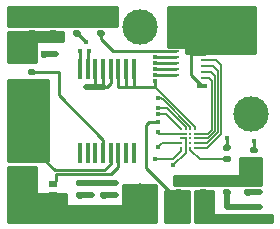
<source format=gtl>
G04 #@! TF.GenerationSoftware,KiCad,Pcbnew,(5.1.8)-1*
G04 #@! TF.CreationDate,2021-04-03T22:15:50+03:00*
G04 #@! TF.ProjectId,sensor,73656e73-6f72-42e6-9b69-6361645f7063,rev?*
G04 #@! TF.SameCoordinates,Original*
G04 #@! TF.FileFunction,Copper,L1,Top*
G04 #@! TF.FilePolarity,Positive*
%FSLAX46Y46*%
G04 Gerber Fmt 4.6, Leading zero omitted, Abs format (unit mm)*
G04 Created by KiCad (PCBNEW (5.1.8)-1) date 2021-04-03 22:15:50*
%MOMM*%
%LPD*%
G01*
G04 APERTURE LIST*
G04 #@! TA.AperFunction,SMDPad,CuDef*
%ADD10R,0.450000X1.800000*%
G04 #@! TD*
G04 #@! TA.AperFunction,SMDPad,CuDef*
%ADD11C,0.216000*%
G04 #@! TD*
G04 #@! TA.AperFunction,SMDPad,CuDef*
%ADD12R,0.720000X0.250000*%
G04 #@! TD*
G04 #@! TA.AperFunction,SMDPad,CuDef*
%ADD13R,0.570000X0.250000*%
G04 #@! TD*
G04 #@! TA.AperFunction,SMDPad,CuDef*
%ADD14R,0.950000X0.400000*%
G04 #@! TD*
G04 #@! TA.AperFunction,ComponentPad*
%ADD15C,3.000000*%
G04 #@! TD*
G04 #@! TA.AperFunction,SMDPad,CuDef*
%ADD16R,0.780000X0.610000*%
G04 #@! TD*
G04 #@! TA.AperFunction,ViaPad*
%ADD17C,0.381000*%
G04 #@! TD*
G04 #@! TA.AperFunction,ViaPad*
%ADD18C,0.254000*%
G04 #@! TD*
G04 #@! TA.AperFunction,Conductor*
%ADD19C,0.254000*%
G04 #@! TD*
G04 #@! TA.AperFunction,Conductor*
%ADD20C,0.508000*%
G04 #@! TD*
G04 #@! TA.AperFunction,Conductor*
%ADD21C,0.152400*%
G04 #@! TD*
G04 #@! TA.AperFunction,Conductor*
%ADD22C,0.100000*%
G04 #@! TD*
G04 APERTURE END LIST*
G04 #@! TA.AperFunction,SMDPad,CuDef*
G36*
G01*
X144711000Y-83326000D02*
X144341000Y-83326000D01*
G75*
G02*
X144206000Y-83191000I0J135000D01*
G01*
X144206000Y-82921000D01*
G75*
G02*
X144341000Y-82786000I135000J0D01*
G01*
X144711000Y-82786000D01*
G75*
G02*
X144846000Y-82921000I0J-135000D01*
G01*
X144846000Y-83191000D01*
G75*
G02*
X144711000Y-83326000I-135000J0D01*
G01*
G37*
G04 #@! TD.AperFunction*
G04 #@! TA.AperFunction,SMDPad,CuDef*
G36*
G01*
X144711000Y-84346000D02*
X144341000Y-84346000D01*
G75*
G02*
X144206000Y-84211000I0J135000D01*
G01*
X144206000Y-83941000D01*
G75*
G02*
X144341000Y-83806000I135000J0D01*
G01*
X144711000Y-83806000D01*
G75*
G02*
X144846000Y-83941000I0J-135000D01*
G01*
X144846000Y-84211000D01*
G75*
G02*
X144711000Y-84346000I-135000J0D01*
G01*
G37*
G04 #@! TD.AperFunction*
G04 #@! TA.AperFunction,SMDPad,CuDef*
G36*
G01*
X137737000Y-70344000D02*
X138107000Y-70344000D01*
G75*
G02*
X138242000Y-70479000I0J-135000D01*
G01*
X138242000Y-70749000D01*
G75*
G02*
X138107000Y-70884000I-135000J0D01*
G01*
X137737000Y-70884000D01*
G75*
G02*
X137602000Y-70749000I0J135000D01*
G01*
X137602000Y-70479000D01*
G75*
G02*
X137737000Y-70344000I135000J0D01*
G01*
G37*
G04 #@! TD.AperFunction*
G04 #@! TA.AperFunction,SMDPad,CuDef*
G36*
G01*
X137737000Y-69324000D02*
X138107000Y-69324000D01*
G75*
G02*
X138242000Y-69459000I0J-135000D01*
G01*
X138242000Y-69729000D01*
G75*
G02*
X138107000Y-69864000I-135000J0D01*
G01*
X137737000Y-69864000D01*
G75*
G02*
X137602000Y-69729000I0J135000D01*
G01*
X137602000Y-69459000D01*
G75*
G02*
X137737000Y-69324000I135000J0D01*
G01*
G37*
G04 #@! TD.AperFunction*
G04 #@! TA.AperFunction,SMDPad,CuDef*
G36*
G01*
X151061000Y-80786000D02*
X150691000Y-80786000D01*
G75*
G02*
X150556000Y-80651000I0J135000D01*
G01*
X150556000Y-80381000D01*
G75*
G02*
X150691000Y-80246000I135000J0D01*
G01*
X151061000Y-80246000D01*
G75*
G02*
X151196000Y-80381000I0J-135000D01*
G01*
X151196000Y-80651000D01*
G75*
G02*
X151061000Y-80786000I-135000J0D01*
G01*
G37*
G04 #@! TD.AperFunction*
G04 #@! TA.AperFunction,SMDPad,CuDef*
G36*
G01*
X151061000Y-81806000D02*
X150691000Y-81806000D01*
G75*
G02*
X150556000Y-81671000I0J135000D01*
G01*
X150556000Y-81401000D01*
G75*
G02*
X150691000Y-81266000I135000J0D01*
G01*
X151061000Y-81266000D01*
G75*
G02*
X151196000Y-81401000I0J-135000D01*
G01*
X151196000Y-81671000D01*
G75*
G02*
X151061000Y-81806000I-135000J0D01*
G01*
G37*
G04 #@! TD.AperFunction*
G04 #@! TA.AperFunction,SMDPad,CuDef*
G36*
G01*
X132348000Y-72205000D02*
X132348000Y-72575000D01*
G75*
G02*
X132213000Y-72710000I-135000J0D01*
G01*
X131943000Y-72710000D01*
G75*
G02*
X131808000Y-72575000I0J135000D01*
G01*
X131808000Y-72205000D01*
G75*
G02*
X131943000Y-72070000I135000J0D01*
G01*
X132213000Y-72070000D01*
G75*
G02*
X132348000Y-72205000I0J-135000D01*
G01*
G37*
G04 #@! TD.AperFunction*
G04 #@! TA.AperFunction,SMDPad,CuDef*
G36*
G01*
X133368000Y-72205000D02*
X133368000Y-72575000D01*
G75*
G02*
X133233000Y-72710000I-135000J0D01*
G01*
X132963000Y-72710000D01*
G75*
G02*
X132828000Y-72575000I0J135000D01*
G01*
X132828000Y-72205000D01*
G75*
G02*
X132963000Y-72070000I135000J0D01*
G01*
X133233000Y-72070000D01*
G75*
G02*
X133368000Y-72205000I0J-135000D01*
G01*
G37*
G04 #@! TD.AperFunction*
G04 #@! TA.AperFunction,SMDPad,CuDef*
G36*
G01*
X146388000Y-83766000D02*
X146728000Y-83766000D01*
G75*
G02*
X146868000Y-83906000I0J-140000D01*
G01*
X146868000Y-84186000D01*
G75*
G02*
X146728000Y-84326000I-140000J0D01*
G01*
X146388000Y-84326000D01*
G75*
G02*
X146248000Y-84186000I0J140000D01*
G01*
X146248000Y-83906000D01*
G75*
G02*
X146388000Y-83766000I140000J0D01*
G01*
G37*
G04 #@! TD.AperFunction*
G04 #@! TA.AperFunction,SMDPad,CuDef*
G36*
G01*
X146388000Y-82806000D02*
X146728000Y-82806000D01*
G75*
G02*
X146868000Y-82946000I0J-140000D01*
G01*
X146868000Y-83226000D01*
G75*
G02*
X146728000Y-83366000I-140000J0D01*
G01*
X146388000Y-83366000D01*
G75*
G02*
X146248000Y-83226000I0J140000D01*
G01*
X146248000Y-82946000D01*
G75*
G02*
X146388000Y-82806000I140000J0D01*
G01*
G37*
G04 #@! TD.AperFunction*
G04 #@! TA.AperFunction,SMDPad,CuDef*
G36*
G01*
X148760000Y-80572000D02*
X148420000Y-80572000D01*
G75*
G02*
X148280000Y-80432000I0J140000D01*
G01*
X148280000Y-80152000D01*
G75*
G02*
X148420000Y-80012000I140000J0D01*
G01*
X148760000Y-80012000D01*
G75*
G02*
X148900000Y-80152000I0J-140000D01*
G01*
X148900000Y-80432000D01*
G75*
G02*
X148760000Y-80572000I-140000J0D01*
G01*
G37*
G04 #@! TD.AperFunction*
G04 #@! TA.AperFunction,SMDPad,CuDef*
G36*
G01*
X148760000Y-81532000D02*
X148420000Y-81532000D01*
G75*
G02*
X148280000Y-81392000I0J140000D01*
G01*
X148280000Y-81112000D01*
G75*
G02*
X148420000Y-80972000I140000J0D01*
G01*
X148760000Y-80972000D01*
G75*
G02*
X148900000Y-81112000I0J-140000D01*
G01*
X148900000Y-81392000D01*
G75*
G02*
X148760000Y-81532000I-140000J0D01*
G01*
G37*
G04 #@! TD.AperFunction*
G04 #@! TA.AperFunction,SMDPad,CuDef*
G36*
G01*
X131656000Y-81028000D02*
X131996000Y-81028000D01*
G75*
G02*
X132136000Y-81168000I0J-140000D01*
G01*
X132136000Y-81448000D01*
G75*
G02*
X131996000Y-81588000I-140000J0D01*
G01*
X131656000Y-81588000D01*
G75*
G02*
X131516000Y-81448000I0J140000D01*
G01*
X131516000Y-81168000D01*
G75*
G02*
X131656000Y-81028000I140000J0D01*
G01*
G37*
G04 #@! TD.AperFunction*
G04 #@! TA.AperFunction,SMDPad,CuDef*
G36*
G01*
X131656000Y-81988000D02*
X131996000Y-81988000D01*
G75*
G02*
X132136000Y-82128000I0J-140000D01*
G01*
X132136000Y-82408000D01*
G75*
G02*
X131996000Y-82548000I-140000J0D01*
G01*
X131656000Y-82548000D01*
G75*
G02*
X131516000Y-82408000I0J140000D01*
G01*
X131516000Y-82128000D01*
G75*
G02*
X131656000Y-81988000I140000J0D01*
G01*
G37*
G04 #@! TD.AperFunction*
G04 #@! TA.AperFunction,SMDPad,CuDef*
G36*
G01*
X145008000Y-86022000D02*
X145008000Y-85682000D01*
G75*
G02*
X145148000Y-85542000I140000J0D01*
G01*
X145428000Y-85542000D01*
G75*
G02*
X145568000Y-85682000I0J-140000D01*
G01*
X145568000Y-86022000D01*
G75*
G02*
X145428000Y-86162000I-140000J0D01*
G01*
X145148000Y-86162000D01*
G75*
G02*
X145008000Y-86022000I0J140000D01*
G01*
G37*
G04 #@! TD.AperFunction*
G04 #@! TA.AperFunction,SMDPad,CuDef*
G36*
G01*
X145968000Y-86022000D02*
X145968000Y-85682000D01*
G75*
G02*
X146108000Y-85542000I140000J0D01*
G01*
X146388000Y-85542000D01*
G75*
G02*
X146528000Y-85682000I0J-140000D01*
G01*
X146528000Y-86022000D01*
G75*
G02*
X146388000Y-86162000I-140000J0D01*
G01*
X146108000Y-86162000D01*
G75*
G02*
X145968000Y-86022000I0J140000D01*
G01*
G37*
G04 #@! TD.AperFunction*
G04 #@! TA.AperFunction,SMDPad,CuDef*
G36*
G01*
X131910000Y-70304000D02*
X132250000Y-70304000D01*
G75*
G02*
X132390000Y-70444000I0J-140000D01*
G01*
X132390000Y-70724000D01*
G75*
G02*
X132250000Y-70864000I-140000J0D01*
G01*
X131910000Y-70864000D01*
G75*
G02*
X131770000Y-70724000I0J140000D01*
G01*
X131770000Y-70444000D01*
G75*
G02*
X131910000Y-70304000I140000J0D01*
G01*
G37*
G04 #@! TD.AperFunction*
G04 #@! TA.AperFunction,SMDPad,CuDef*
G36*
G01*
X131910000Y-69344000D02*
X132250000Y-69344000D01*
G75*
G02*
X132390000Y-69484000I0J-140000D01*
G01*
X132390000Y-69764000D01*
G75*
G02*
X132250000Y-69904000I-140000J0D01*
G01*
X131910000Y-69904000D01*
G75*
G02*
X131770000Y-69764000I0J140000D01*
G01*
X131770000Y-69484000D01*
G75*
G02*
X131910000Y-69344000I140000J0D01*
G01*
G37*
G04 #@! TD.AperFunction*
G04 #@! TA.AperFunction,SMDPad,CuDef*
G36*
G01*
X133688000Y-69344000D02*
X134028000Y-69344000D01*
G75*
G02*
X134168000Y-69484000I0J-140000D01*
G01*
X134168000Y-69764000D01*
G75*
G02*
X134028000Y-69904000I-140000J0D01*
G01*
X133688000Y-69904000D01*
G75*
G02*
X133548000Y-69764000I0J140000D01*
G01*
X133548000Y-69484000D01*
G75*
G02*
X133688000Y-69344000I140000J0D01*
G01*
G37*
G04 #@! TD.AperFunction*
G04 #@! TA.AperFunction,SMDPad,CuDef*
G36*
G01*
X133688000Y-70304000D02*
X134028000Y-70304000D01*
G75*
G02*
X134168000Y-70444000I0J-140000D01*
G01*
X134168000Y-70724000D01*
G75*
G02*
X134028000Y-70864000I-140000J0D01*
G01*
X133688000Y-70864000D01*
G75*
G02*
X133548000Y-70724000I0J140000D01*
G01*
X133548000Y-70444000D01*
G75*
G02*
X133688000Y-70304000I140000J0D01*
G01*
G37*
G04 #@! TD.AperFunction*
D10*
X136155000Y-80766000D03*
X136805000Y-80766000D03*
X137455000Y-80766000D03*
X138105000Y-80766000D03*
X138755000Y-80766000D03*
X139405000Y-80766000D03*
X140055000Y-80766000D03*
X140705000Y-80766000D03*
X140705000Y-73666000D03*
X140055000Y-73666000D03*
X139405000Y-73666000D03*
X138755000Y-73666000D03*
X138105000Y-73666000D03*
X137455000Y-73666000D03*
X136805000Y-73666000D03*
X136155000Y-73666000D03*
D11*
X145888000Y-78702000D03*
X145888000Y-79102000D03*
X145888000Y-79502000D03*
X145888000Y-79902000D03*
X145888000Y-80302000D03*
X145488000Y-78702000D03*
X145488000Y-79102000D03*
X145488000Y-79502000D03*
X145488000Y-79902000D03*
X145488000Y-80302000D03*
X145088000Y-78702000D03*
X145088000Y-79102000D03*
X145088000Y-79502000D03*
X145088000Y-79902000D03*
X145088000Y-80302000D03*
X144688000Y-78702000D03*
X144688000Y-79102000D03*
X144688000Y-79502000D03*
X144688000Y-79902000D03*
X144688000Y-80302000D03*
D12*
X146707000Y-70390000D03*
D13*
X144302000Y-70640000D03*
D12*
X146707000Y-70890000D03*
D13*
X144302000Y-71140000D03*
D12*
X146707000Y-71390000D03*
D13*
X144302000Y-71640000D03*
D12*
X146707000Y-71890000D03*
D13*
X144302000Y-72140000D03*
D12*
X146707000Y-72390000D03*
D13*
X144302000Y-72640000D03*
D12*
X146707000Y-72890000D03*
D13*
X144302000Y-73140000D03*
D12*
X146707000Y-73390000D03*
D13*
X144302000Y-73640000D03*
D12*
X146707000Y-73890000D03*
D13*
X144302000Y-74140000D03*
D12*
X146707000Y-74390000D03*
D14*
X146442000Y-75060000D03*
X146442000Y-69720000D03*
G04 #@! TA.AperFunction,SMDPad,CuDef*
G36*
G01*
X148405000Y-83806000D02*
X148775000Y-83806000D01*
G75*
G02*
X148910000Y-83941000I0J-135000D01*
G01*
X148910000Y-84211000D01*
G75*
G02*
X148775000Y-84346000I-135000J0D01*
G01*
X148405000Y-84346000D01*
G75*
G02*
X148270000Y-84211000I0J135000D01*
G01*
X148270000Y-83941000D01*
G75*
G02*
X148405000Y-83806000I135000J0D01*
G01*
G37*
G04 #@! TD.AperFunction*
G04 #@! TA.AperFunction,SMDPad,CuDef*
G36*
G01*
X148405000Y-82786000D02*
X148775000Y-82786000D01*
G75*
G02*
X148910000Y-82921000I0J-135000D01*
G01*
X148910000Y-83191000D01*
G75*
G02*
X148775000Y-83326000I-135000J0D01*
G01*
X148405000Y-83326000D01*
G75*
G02*
X148270000Y-83191000I0J135000D01*
G01*
X148270000Y-82921000D01*
G75*
G02*
X148405000Y-82786000I135000J0D01*
G01*
G37*
G04 #@! TD.AperFunction*
G04 #@! TA.AperFunction,SMDPad,CuDef*
G36*
G01*
X150183000Y-82786000D02*
X150553000Y-82786000D01*
G75*
G02*
X150688000Y-82921000I0J-135000D01*
G01*
X150688000Y-83191000D01*
G75*
G02*
X150553000Y-83326000I-135000J0D01*
G01*
X150183000Y-83326000D01*
G75*
G02*
X150048000Y-83191000I0J135000D01*
G01*
X150048000Y-82921000D01*
G75*
G02*
X150183000Y-82786000I135000J0D01*
G01*
G37*
G04 #@! TD.AperFunction*
G04 #@! TA.AperFunction,SMDPad,CuDef*
G36*
G01*
X150183000Y-83806000D02*
X150553000Y-83806000D01*
G75*
G02*
X150688000Y-83941000I0J-135000D01*
G01*
X150688000Y-84211000D01*
G75*
G02*
X150553000Y-84346000I-135000J0D01*
G01*
X150183000Y-84346000D01*
G75*
G02*
X150048000Y-84211000I0J135000D01*
G01*
X150048000Y-83941000D01*
G75*
G02*
X150183000Y-83806000I135000J0D01*
G01*
G37*
G04 #@! TD.AperFunction*
G04 #@! TA.AperFunction,SMDPad,CuDef*
G36*
G01*
X135705000Y-70344000D02*
X136075000Y-70344000D01*
G75*
G02*
X136210000Y-70479000I0J-135000D01*
G01*
X136210000Y-70749000D01*
G75*
G02*
X136075000Y-70884000I-135000J0D01*
G01*
X135705000Y-70884000D01*
G75*
G02*
X135570000Y-70749000I0J135000D01*
G01*
X135570000Y-70479000D01*
G75*
G02*
X135705000Y-70344000I135000J0D01*
G01*
G37*
G04 #@! TD.AperFunction*
G04 #@! TA.AperFunction,SMDPad,CuDef*
G36*
G01*
X135705000Y-69324000D02*
X136075000Y-69324000D01*
G75*
G02*
X136210000Y-69459000I0J-135000D01*
G01*
X136210000Y-69729000D01*
G75*
G02*
X136075000Y-69864000I-135000J0D01*
G01*
X135705000Y-69864000D01*
G75*
G02*
X135570000Y-69729000I0J135000D01*
G01*
X135570000Y-69459000D01*
G75*
G02*
X135705000Y-69324000I135000J0D01*
G01*
G37*
G04 #@! TD.AperFunction*
G04 #@! TA.AperFunction,SMDPad,CuDef*
G36*
G01*
X138361000Y-84600000D02*
X137991000Y-84600000D01*
G75*
G02*
X137856000Y-84465000I0J135000D01*
G01*
X137856000Y-84195000D01*
G75*
G02*
X137991000Y-84060000I135000J0D01*
G01*
X138361000Y-84060000D01*
G75*
G02*
X138496000Y-84195000I0J-135000D01*
G01*
X138496000Y-84465000D01*
G75*
G02*
X138361000Y-84600000I-135000J0D01*
G01*
G37*
G04 #@! TD.AperFunction*
G04 #@! TA.AperFunction,SMDPad,CuDef*
G36*
G01*
X138361000Y-83580000D02*
X137991000Y-83580000D01*
G75*
G02*
X137856000Y-83445000I0J135000D01*
G01*
X137856000Y-83175000D01*
G75*
G02*
X137991000Y-83040000I135000J0D01*
G01*
X138361000Y-83040000D01*
G75*
G02*
X138496000Y-83175000I0J-135000D01*
G01*
X138496000Y-83445000D01*
G75*
G02*
X138361000Y-83580000I-135000J0D01*
G01*
G37*
G04 #@! TD.AperFunction*
G04 #@! TA.AperFunction,SMDPad,CuDef*
G36*
G01*
X136329000Y-84600000D02*
X135959000Y-84600000D01*
G75*
G02*
X135824000Y-84465000I0J135000D01*
G01*
X135824000Y-84195000D01*
G75*
G02*
X135959000Y-84060000I135000J0D01*
G01*
X136329000Y-84060000D01*
G75*
G02*
X136464000Y-84195000I0J-135000D01*
G01*
X136464000Y-84465000D01*
G75*
G02*
X136329000Y-84600000I-135000J0D01*
G01*
G37*
G04 #@! TD.AperFunction*
G04 #@! TA.AperFunction,SMDPad,CuDef*
G36*
G01*
X136329000Y-83580000D02*
X135959000Y-83580000D01*
G75*
G02*
X135824000Y-83445000I0J135000D01*
G01*
X135824000Y-83175000D01*
G75*
G02*
X135959000Y-83040000I135000J0D01*
G01*
X136329000Y-83040000D01*
G75*
G02*
X136464000Y-83175000I0J-135000D01*
G01*
X136464000Y-83445000D01*
G75*
G02*
X136329000Y-83580000I-135000J0D01*
G01*
G37*
G04 #@! TD.AperFunction*
G04 #@! TA.AperFunction,SMDPad,CuDef*
G36*
G01*
X132265000Y-74182000D02*
X131895000Y-74182000D01*
G75*
G02*
X131760000Y-74047000I0J135000D01*
G01*
X131760000Y-73777000D01*
G75*
G02*
X131895000Y-73642000I135000J0D01*
G01*
X132265000Y-73642000D01*
G75*
G02*
X132400000Y-73777000I0J-135000D01*
G01*
X132400000Y-74047000D01*
G75*
G02*
X132265000Y-74182000I-135000J0D01*
G01*
G37*
G04 #@! TD.AperFunction*
G04 #@! TA.AperFunction,SMDPad,CuDef*
G36*
G01*
X132265000Y-75202000D02*
X131895000Y-75202000D01*
G75*
G02*
X131760000Y-75067000I0J135000D01*
G01*
X131760000Y-74797000D01*
G75*
G02*
X131895000Y-74662000I135000J0D01*
G01*
X132265000Y-74662000D01*
G75*
G02*
X132400000Y-74797000I0J-135000D01*
G01*
X132400000Y-75067000D01*
G75*
G02*
X132265000Y-75202000I-135000J0D01*
G01*
G37*
G04 #@! TD.AperFunction*
D15*
X141224000Y-84836000D03*
X141224000Y-70104000D03*
X150622000Y-77470000D03*
X131826000Y-77470000D03*
D16*
X133858000Y-83360000D03*
X133858000Y-84280000D03*
D17*
X148590000Y-79502000D03*
X145542000Y-71628000D03*
X147066000Y-85598000D03*
X136652000Y-75184000D03*
X131318000Y-71374000D03*
X142494000Y-74676000D03*
X145542000Y-83058000D03*
X136906000Y-69342000D03*
X142748000Y-78994000D03*
X139192000Y-83312000D03*
X144018000Y-81788000D03*
X134112000Y-72390000D03*
X142494000Y-81280000D03*
X136906000Y-72136000D03*
X142494000Y-73152000D03*
X151384000Y-84074000D03*
X151384000Y-85344000D03*
X142494000Y-73660000D03*
X136144000Y-72136000D03*
X136652000Y-71374000D03*
X142494000Y-72644000D03*
D18*
X145491200Y-79095600D03*
X145491200Y-79502000D03*
D17*
X139192000Y-84328000D03*
D18*
X145491200Y-79908400D03*
D17*
X137160000Y-84328000D03*
X142748000Y-80264000D03*
X142748000Y-78105000D03*
X150876000Y-79756000D03*
X142494000Y-74168000D03*
X142748000Y-76073000D03*
X142748000Y-76962000D03*
X142748000Y-77470000D03*
D19*
X138755000Y-73666000D02*
X138755000Y-74859000D01*
X138755000Y-74859000D02*
X138430000Y-75184000D01*
X137455000Y-74971000D02*
X137455000Y-73666000D01*
X137668000Y-75184000D02*
X137455000Y-74971000D01*
X138105000Y-75001000D02*
X137922000Y-75184000D01*
X138105000Y-73666000D02*
X138105000Y-75001000D01*
X137922000Y-75184000D02*
X137668000Y-75184000D01*
X146442000Y-75060000D02*
X145542000Y-74160000D01*
X146707000Y-72390000D02*
X145542000Y-72390000D01*
X145542000Y-72390000D02*
X145542000Y-71628000D01*
X145542000Y-74160000D02*
X145542000Y-72390000D01*
X148590000Y-80292000D02*
X148590000Y-79502000D01*
D20*
X136652000Y-75184000D02*
X138176000Y-75184000D01*
D19*
X138176000Y-75184000D02*
X137922000Y-75184000D01*
X138430000Y-75184000D02*
X138176000Y-75184000D01*
X139405000Y-73666000D02*
X139405000Y-75143000D01*
X139405000Y-75143000D02*
X139446000Y-75184000D01*
X140716000Y-73677000D02*
X140705000Y-73666000D01*
X140716000Y-75184000D02*
X140716000Y-73677000D01*
X140055000Y-75083000D02*
X139954000Y-75184000D01*
X140055000Y-73666000D02*
X140055000Y-75083000D01*
X139954000Y-75184000D02*
X140716000Y-75184000D01*
X139446000Y-75184000D02*
X139954000Y-75184000D01*
X140716000Y-75184000D02*
X142494000Y-75184000D01*
D21*
X145888000Y-78578000D02*
X145888000Y-78702000D01*
X142494000Y-75184000D02*
X145888000Y-78578000D01*
D19*
X142494000Y-75184000D02*
X142494000Y-74676000D01*
X138755000Y-81649602D02*
X138208612Y-82195990D01*
X138755000Y-80766000D02*
X138755000Y-81649602D01*
X138208612Y-82195990D02*
X134011990Y-82195990D01*
X133124000Y-81308000D02*
X131826000Y-81308000D01*
X134011990Y-82195990D02*
X133124000Y-81308000D01*
D21*
X145488000Y-80454735D02*
X145488000Y-80302000D01*
X146285265Y-81252000D02*
X145488000Y-80454735D01*
X148590000Y-81252000D02*
X146285265Y-81252000D01*
D20*
X136144000Y-83310000D02*
X138176000Y-83310000D01*
X139190000Y-83310000D02*
X139192000Y-83312000D01*
X138176000Y-83310000D02*
X139190000Y-83310000D01*
D21*
X145088000Y-79102000D02*
X144688000Y-79102000D01*
X142856000Y-79102000D02*
X142748000Y-78994000D01*
X144688000Y-79102000D02*
X142856000Y-79102000D01*
D20*
X133098000Y-72390000D02*
X134112000Y-72390000D01*
D21*
X145088000Y-80302000D02*
X145088000Y-79502000D01*
X144688000Y-79502000D02*
X145088000Y-79502000D01*
X145088000Y-80718000D02*
X144018000Y-81788000D01*
X145088000Y-80302000D02*
X145088000Y-80718000D01*
X144688000Y-80302000D02*
X144688000Y-80610000D01*
X144018000Y-81280000D02*
X142494000Y-81280000D01*
X144688000Y-80610000D02*
X144018000Y-81280000D01*
D19*
X138105000Y-79612000D02*
X134366000Y-75873000D01*
X138105000Y-80766000D02*
X138105000Y-79612000D01*
X134366000Y-75873000D02*
X134366000Y-73914000D01*
X132082000Y-73914000D02*
X132080000Y-73912000D01*
X134366000Y-73914000D02*
X132082000Y-73914000D01*
X134112000Y-83106000D02*
X133858000Y-83360000D01*
X134112000Y-82550000D02*
X134112000Y-83106000D01*
X139405000Y-81920000D02*
X139405000Y-80766000D01*
X138775000Y-82550000D02*
X139405000Y-81920000D01*
X134112000Y-82550000D02*
X138775000Y-82550000D01*
X136805000Y-72237000D02*
X136906000Y-72136000D01*
X136805000Y-73666000D02*
X136805000Y-72237000D01*
X142506000Y-73140000D02*
X142494000Y-73152000D01*
X144302000Y-73140000D02*
X142506000Y-73140000D01*
D20*
X150370000Y-84074000D02*
X150368000Y-84076000D01*
X151384000Y-84074000D02*
X150370000Y-84074000D01*
X148590000Y-85344000D02*
X148590000Y-84076000D01*
X148590000Y-85344000D02*
X151384000Y-85344000D01*
D19*
X136155000Y-72147000D02*
X136144000Y-72136000D01*
X136155000Y-73666000D02*
X136155000Y-72147000D01*
X142514000Y-73640000D02*
X142494000Y-73660000D01*
X144302000Y-73640000D02*
X142514000Y-73640000D01*
D21*
X146739000Y-74422000D02*
X146707000Y-74390000D01*
X146450000Y-79102000D02*
X145888000Y-79102000D01*
X147006080Y-79102000D02*
X146450000Y-79102000D01*
X147320000Y-78788080D02*
X147006080Y-79102000D01*
X147320000Y-74676000D02*
X147320000Y-78788080D01*
X147034000Y-74390000D02*
X147320000Y-74676000D01*
X146707000Y-74390000D02*
X147034000Y-74390000D01*
X147219400Y-73890000D02*
X146707000Y-73890000D01*
X147574000Y-74244600D02*
X147219400Y-73890000D01*
X147574000Y-78891040D02*
X147574000Y-74244600D01*
X146963040Y-79502000D02*
X147574000Y-78891040D01*
X145888000Y-79502000D02*
X146963040Y-79502000D01*
X145888000Y-79902000D02*
X146920000Y-79902000D01*
X146920000Y-79902000D02*
X147826410Y-78995590D01*
X147826410Y-73809449D02*
X147826410Y-78995590D01*
X147406961Y-73390000D02*
X147826410Y-73809449D01*
X146707000Y-73390000D02*
X147406961Y-73390000D01*
X146876960Y-80302000D02*
X148082000Y-79096960D01*
X145888000Y-80302000D02*
X146876960Y-80302000D01*
X148082000Y-73306219D02*
X147673781Y-72898000D01*
X148082000Y-79096960D02*
X148082000Y-73306219D01*
X146715000Y-72898000D02*
X146707000Y-72890000D01*
X147673781Y-72898000D02*
X146715000Y-72898000D01*
D19*
X142498000Y-72640000D02*
X142494000Y-72644000D01*
X144302000Y-72640000D02*
X142498000Y-72640000D01*
X135892000Y-70614000D02*
X136652000Y-71374000D01*
X135890000Y-70614000D02*
X135892000Y-70614000D01*
D20*
X139190000Y-84330000D02*
X139192000Y-84328000D01*
X138176000Y-84330000D02*
X139190000Y-84330000D01*
X137158000Y-84330000D02*
X137160000Y-84328000D01*
X136144000Y-84330000D02*
X137158000Y-84330000D01*
D21*
X143110000Y-79902000D02*
X142748000Y-80264000D01*
X144688000Y-79902000D02*
X143110000Y-79902000D01*
D19*
X141986000Y-78105000D02*
X142748000Y-78105000D01*
X141732000Y-78359000D02*
X141986000Y-78105000D01*
X141732000Y-82042000D02*
X141732000Y-78359000D01*
X143766000Y-84076000D02*
X141732000Y-82042000D01*
X144526000Y-84076000D02*
X143766000Y-84076000D01*
X141224000Y-84836000D02*
X140462000Y-84836000D01*
X137922000Y-70614000D02*
X137922000Y-71094600D01*
X138967400Y-72140000D02*
X144302000Y-72140000D01*
X137922000Y-71094600D02*
X138967400Y-72140000D01*
X150876000Y-80516000D02*
X150876000Y-79756000D01*
X142522000Y-74140000D02*
X142494000Y-74168000D01*
X144302000Y-74140000D02*
X142522000Y-74140000D01*
D21*
X145488000Y-78549265D02*
X143138735Y-76200000D01*
X145488000Y-78702000D02*
X145488000Y-78549265D01*
X143138735Y-76200000D02*
X143129000Y-76200000D01*
X143002000Y-76073000D02*
X142748000Y-76073000D01*
X143129000Y-76200000D02*
X143002000Y-76073000D01*
X145088000Y-78549265D02*
X144008735Y-77470000D01*
X145088000Y-78702000D02*
X145088000Y-78549265D01*
X144008735Y-77470000D02*
X144008735Y-77460735D01*
X143510000Y-76962000D02*
X142748000Y-76962000D01*
X144008735Y-77460735D02*
X143510000Y-76962000D01*
X144688000Y-78702000D02*
X143456000Y-77470000D01*
X143456000Y-77470000D02*
X142748000Y-77470000D01*
D19*
X139319000Y-69977000D02*
X130071000Y-69977000D01*
X130071000Y-68349000D01*
X139319000Y-68349000D01*
X139319000Y-69977000D01*
G04 #@! TA.AperFunction,Conductor*
D22*
G36*
X139319000Y-69977000D02*
G01*
X130071000Y-69977000D01*
X130071000Y-68349000D01*
X139319000Y-68349000D01*
X139319000Y-69977000D01*
G37*
G04 #@! TD.AperFunction*
D19*
X132461000Y-84074000D02*
X132463440Y-84098776D01*
X132470667Y-84122601D01*
X132482403Y-84144557D01*
X132498197Y-84163803D01*
X132517443Y-84179597D01*
X132539399Y-84191333D01*
X132563224Y-84198560D01*
X132588000Y-84201000D01*
X135001000Y-84201000D01*
X135001000Y-85090000D01*
X135003440Y-85114776D01*
X135010667Y-85138601D01*
X135022403Y-85160557D01*
X135038197Y-85179803D01*
X135057443Y-85195597D01*
X135079399Y-85207333D01*
X135103224Y-85214560D01*
X135128000Y-85217000D01*
X139700000Y-85217000D01*
X139724776Y-85214560D01*
X139748601Y-85207333D01*
X139770557Y-85195597D01*
X139789803Y-85179803D01*
X139805597Y-85160557D01*
X139817333Y-85138601D01*
X139824560Y-85114776D01*
X139827000Y-85090000D01*
X139827000Y-83439000D01*
X142621000Y-83439000D01*
X142621000Y-86591000D01*
X130071000Y-86591000D01*
X130071000Y-81915000D01*
X132461000Y-81915000D01*
X132461000Y-84074000D01*
G04 #@! TA.AperFunction,Conductor*
D22*
G36*
X132461000Y-84074000D02*
G01*
X132463440Y-84098776D01*
X132470667Y-84122601D01*
X132482403Y-84144557D01*
X132498197Y-84163803D01*
X132517443Y-84179597D01*
X132539399Y-84191333D01*
X132563224Y-84198560D01*
X132588000Y-84201000D01*
X135001000Y-84201000D01*
X135001000Y-85090000D01*
X135003440Y-85114776D01*
X135010667Y-85138601D01*
X135022403Y-85160557D01*
X135038197Y-85179803D01*
X135057443Y-85195597D01*
X135079399Y-85207333D01*
X135103224Y-85214560D01*
X135128000Y-85217000D01*
X139700000Y-85217000D01*
X139724776Y-85214560D01*
X139748601Y-85207333D01*
X139770557Y-85195597D01*
X139789803Y-85179803D01*
X139805597Y-85160557D01*
X139817333Y-85138601D01*
X139824560Y-85114776D01*
X139827000Y-85090000D01*
X139827000Y-83439000D01*
X142621000Y-83439000D01*
X142621000Y-86591000D01*
X130071000Y-86591000D01*
X130071000Y-81915000D01*
X132461000Y-81915000D01*
X132461000Y-84074000D01*
G37*
G04 #@! TD.AperFunction*
D19*
X151511000Y-83439000D02*
X144145000Y-83439000D01*
X144145000Y-82677000D01*
X149606000Y-82677000D01*
X149630776Y-82674560D01*
X149654601Y-82667333D01*
X149676557Y-82655597D01*
X149695803Y-82639803D01*
X149711597Y-82620557D01*
X149723333Y-82598601D01*
X149730560Y-82574776D01*
X149733000Y-82550000D01*
X149733000Y-81153000D01*
X151511000Y-81153000D01*
X151511000Y-83439000D01*
G04 #@! TA.AperFunction,Conductor*
D22*
G36*
X151511000Y-83439000D02*
G01*
X144145000Y-83439000D01*
X144145000Y-82677000D01*
X149606000Y-82677000D01*
X149630776Y-82674560D01*
X149654601Y-82667333D01*
X149676557Y-82655597D01*
X149695803Y-82639803D01*
X149711597Y-82620557D01*
X149723333Y-82598601D01*
X149730560Y-82574776D01*
X149733000Y-82550000D01*
X149733000Y-81153000D01*
X151511000Y-81153000D01*
X151511000Y-83439000D01*
G37*
G04 #@! TD.AperFunction*
D19*
X147447000Y-85852000D02*
X147449440Y-85876776D01*
X147456667Y-85900601D01*
X147468403Y-85922557D01*
X147484197Y-85941803D01*
X147503443Y-85957597D01*
X147525399Y-85969333D01*
X147549224Y-85976560D01*
X147574000Y-85979000D01*
X152377001Y-85979000D01*
X152377001Y-86591000D01*
X145923000Y-86591000D01*
X145923000Y-83947000D01*
X147447000Y-83947000D01*
X147447000Y-85852000D01*
G04 #@! TA.AperFunction,Conductor*
D22*
G36*
X147447000Y-85852000D02*
G01*
X147449440Y-85876776D01*
X147456667Y-85900601D01*
X147468403Y-85922557D01*
X147484197Y-85941803D01*
X147503443Y-85957597D01*
X147525399Y-85969333D01*
X147549224Y-85976560D01*
X147574000Y-85979000D01*
X152377001Y-85979000D01*
X152377001Y-86591000D01*
X145923000Y-86591000D01*
X145923000Y-83947000D01*
X147447000Y-83947000D01*
X147447000Y-85852000D01*
G37*
G04 #@! TD.AperFunction*
D19*
X133477000Y-81407000D02*
X130071000Y-81407000D01*
X130071000Y-74549000D01*
X133477000Y-74549000D01*
X133477000Y-81407000D01*
G04 #@! TA.AperFunction,Conductor*
D22*
G36*
X133477000Y-81407000D02*
G01*
X130071000Y-81407000D01*
X130071000Y-74549000D01*
X133477000Y-74549000D01*
X133477000Y-81407000D01*
G37*
G04 #@! TD.AperFunction*
D19*
X134747000Y-71247000D02*
X132588000Y-71247000D01*
X132563224Y-71249440D01*
X132539399Y-71256667D01*
X132517443Y-71268403D01*
X132498197Y-71284197D01*
X132482403Y-71303443D01*
X132470667Y-71325399D01*
X132463440Y-71349224D01*
X132461000Y-71374000D01*
X132461000Y-73025000D01*
X130071000Y-73025000D01*
X130071000Y-70485000D01*
X134747000Y-70485000D01*
X134747000Y-71247000D01*
G04 #@! TA.AperFunction,Conductor*
D22*
G36*
X134747000Y-71247000D02*
G01*
X132588000Y-71247000D01*
X132563224Y-71249440D01*
X132539399Y-71256667D01*
X132517443Y-71268403D01*
X132498197Y-71284197D01*
X132482403Y-71303443D01*
X132470667Y-71325399D01*
X132463440Y-71349224D01*
X132461000Y-71374000D01*
X132461000Y-73025000D01*
X130071000Y-73025000D01*
X130071000Y-70485000D01*
X134747000Y-70485000D01*
X134747000Y-71247000D01*
G37*
G04 #@! TD.AperFunction*
D19*
X145415000Y-86591000D02*
X143383000Y-86591000D01*
X143383000Y-83947000D01*
X145415000Y-83947000D01*
X145415000Y-86591000D01*
G04 #@! TA.AperFunction,Conductor*
D22*
G36*
X145415000Y-86591000D02*
G01*
X143383000Y-86591000D01*
X143383000Y-83947000D01*
X145415000Y-83947000D01*
X145415000Y-86591000D01*
G37*
G04 #@! TD.AperFunction*
D19*
X151003000Y-72263000D02*
X145161000Y-72263000D01*
X145161000Y-71882000D01*
X145158560Y-71857224D01*
X145151333Y-71833399D01*
X145139597Y-71811443D01*
X145123803Y-71792197D01*
X145104557Y-71776403D01*
X145082601Y-71764667D01*
X145058776Y-71757440D01*
X145034000Y-71755000D01*
X143637000Y-71755000D01*
X143637000Y-68349000D01*
X151003000Y-68349000D01*
X151003000Y-72263000D01*
G04 #@! TA.AperFunction,Conductor*
D22*
G36*
X151003000Y-72263000D02*
G01*
X145161000Y-72263000D01*
X145161000Y-71882000D01*
X145158560Y-71857224D01*
X145151333Y-71833399D01*
X145139597Y-71811443D01*
X145123803Y-71792197D01*
X145104557Y-71776403D01*
X145082601Y-71764667D01*
X145058776Y-71757440D01*
X145034000Y-71755000D01*
X143637000Y-71755000D01*
X143637000Y-68349000D01*
X151003000Y-68349000D01*
X151003000Y-72263000D01*
G37*
G04 #@! TD.AperFunction*
M02*

</source>
